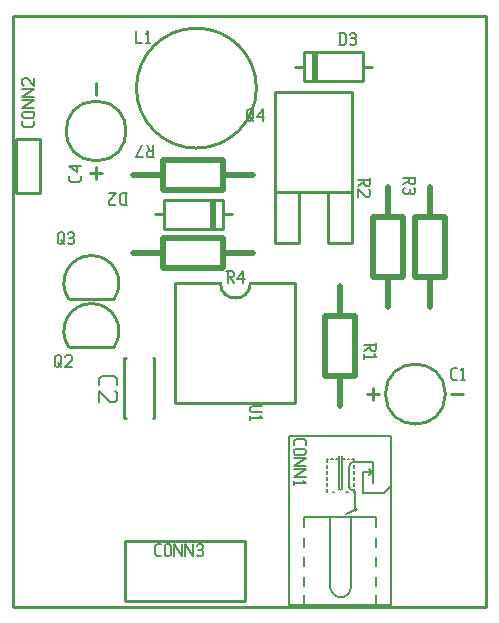
<source format=gto>
G04 start of page 13 for group -4079 idx -4079 *
G04 Title: (unknown), topsilk *
G04 Creator: pcb 20110918 *
G04 CreationDate: Tue 15 Sep 2015 17:10:51 GMT UTC *
G04 For: ksarkies *
G04 Format: Gerber/RS-274X *
G04 PCB-Dimensions: 157480 196850 *
G04 PCB-Coordinate-Origin: lower left *
%MOIN*%
%FSLAX25Y25*%
%LNTOPSILK*%
%ADD202C,0.0060*%
%ADD201C,0.0200*%
%ADD200C,0.0100*%
G54D200*X0Y196850D02*Y0D01*
X157480D01*
X0Y196850D02*X157480D01*
Y0D02*Y196850D01*
X41000Y172850D02*G75*G03X41000Y172850I20000J0D01*G01*
X1000Y137850D02*X9000D01*
Y155850D02*Y137850D01*
X1000Y155850D02*X9000D01*
X1000D02*Y137850D01*
X69755Y135704D02*Y125996D01*
Y130850D02*X72750D01*
X50245Y125996D02*X69755D01*
X50245Y135704D02*Y125996D01*
X47250Y130850D02*X50245D01*
Y135704D02*X69755D01*
X66755D02*Y125996D01*
X66255Y135704D02*Y125996D01*
X65755Y135704D02*Y125996D01*
G54D201*X50000Y138850D02*X70000D01*
X50000Y148850D02*Y138850D01*
Y148850D02*X70000D01*
Y138850D01*
Y143850D02*X80000D01*
X40000D02*X50000D01*
G54D200*X27559Y146543D02*Y142543D01*
X25559Y144543D02*X29559D01*
X27559Y174543D02*Y170543D01*
Y148543D02*G75*G03X27559Y148543I0J10000D01*G01*
G54D201*X50000Y122850D02*X70000D01*
Y112850D01*
X50000D02*X70000D01*
X50000Y122850D02*Y112850D01*
X40000Y117850D02*X50000D01*
X70000D02*X80000D01*
G54D200*X87205Y138054D02*X112795D01*
X104922D02*Y121322D01*
X112796D01*
Y138053D02*X112795Y138054D01*
X87205Y121322D02*X95079D01*
Y138054D02*Y121322D01*
X87205Y171519D02*Y121322D01*
X112796Y171518D02*Y121322D01*
Y171518D02*X112795Y171519D01*
X87205D02*X112795D01*
G54D201*X144000Y129850D02*Y109850D01*
X134000D02*X144000D01*
X134000Y129850D02*Y109850D01*
Y129850D02*X144000D01*
X139000Y139850D02*Y129850D01*
Y109850D02*Y99850D01*
X130000Y129850D02*Y109850D01*
X120000D02*X130000D01*
X120000Y129850D02*Y109850D01*
Y129850D02*X130000D01*
X125000Y139850D02*Y129850D01*
Y109850D02*Y99850D01*
G54D200*X96938Y184775D02*Y175067D01*
X93943Y179921D02*X96938D01*
Y184775D02*X116448D01*
Y175067D01*
Y179921D02*X119443D01*
X96938Y175067D02*X116448D01*
X99938Y184775D02*Y175067D01*
X100438Y184775D02*Y175067D01*
X100938Y184775D02*Y175067D01*
X54000Y107850D02*Y67850D01*
X94000D01*
Y107850D02*Y67850D01*
X54000Y107850D02*X69000D01*
X79000D02*X94000D01*
X69000D02*G75*G03X79000Y107850I5000J0D01*G01*
X118000Y70850D02*X122000D01*
X120000Y72850D02*Y68850D01*
X146000Y70850D02*X150000D01*
X124000D02*G75*G03X124000Y70850I10000J0D01*G01*
G54D201*X114000Y96850D02*Y76850D01*
X104000D02*X114000D01*
X104000Y96850D02*Y76850D01*
Y96850D02*X114000D01*
X109000Y106850D02*Y96850D01*
Y76850D02*Y66850D01*
G54D202*X126000Y57050D02*Y550D01*
X92000Y57050D02*X126000D01*
X92000D02*Y550D01*
X126000D01*
X121000Y4050D02*Y550D01*
X97000Y4050D02*Y550D01*
Y29850D02*X121000D01*
X97000Y29750D02*Y26550D01*
X121000Y29750D02*Y26550D01*
Y23050D02*Y20050D01*
X97000Y23050D02*Y20050D01*
Y16550D02*Y13550D01*
X121000Y16550D02*Y13550D01*
Y10050D02*Y7050D01*
X97000Y10050D02*Y7050D01*
X105500Y29850D02*Y6650D01*
X112500Y29850D02*Y6350D01*
X119500Y44850D02*X118500Y43850D01*
X108500Y50350D02*Y39350D01*
X114000Y37850D02*Y32350D01*
X111000Y38350D02*X111500D01*
X113500Y48350D02*X120000D01*
Y41350D01*
X116500Y44850D02*X119500D01*
X116500D02*Y37850D01*
X123500D01*
X126000Y40350D01*
X119500Y44850D02*X118500Y45850D01*
X109500Y50350D02*Y39350D01*
X114000Y32350D02*X111000Y30850D01*
X113500Y43350D02*Y42350D01*
X109500Y49350D02*X110500D01*
X107500D02*X108500D01*
X106000D02*X106500D01*
X104500D02*X105000D01*
X104500D02*Y48350D01*
Y47350D02*Y46350D01*
Y45350D02*Y44350D01*
Y43350D02*Y42350D01*
Y41350D02*Y40350D01*
Y39350D02*Y38350D01*
X113500Y45350D02*Y44350D01*
Y39350D02*Y38350D01*
Y41350D02*Y40350D01*
X111500Y49350D02*X112000D01*
X113000D02*X113500D01*
Y48350D01*
Y47350D02*Y46350D01*
X106500Y38350D02*X107000D01*
X112000Y46850D02*Y39850D01*
X109000Y3050D02*G75*G03X112500Y6550I0J3500D01*G01*
X105500Y7050D02*G75*G03X109500Y3050I4000J0D01*G01*
X108500Y39350D02*G75*G03X109000Y38850I500J0D01*G01*
Y38852D02*G75*G03X109500Y39352I0J500D01*G01*
X114000Y32850D02*G75*G03X113500Y32350I0J-500D01*G01*
Y32351D02*G75*G03X114001Y31850I501J0D01*G01*
X114000Y37850D02*G75*G03X113000Y38850I-1000J0D01*G01*
X114500Y32350D02*G75*G03X114000Y32850I-500J0D01*G01*
X113999Y31850D02*G75*G03X114500Y32351I0J501D01*G01*
X113500Y48351D02*G75*G03X112000Y46851I0J-1500D01*G01*
Y39850D02*G75*G03X113000Y38850I1000J0D01*G01*
G54D200*X37244Y1811D02*Y21811D01*
X77244Y1811D02*X37244D01*
X77244Y21811D02*Y1811D01*
X37244Y21811D02*X77244D01*
X33600Y102650D02*X18400D01*
X33627Y102705D02*G75*G03X18373Y102705I-7627J5145D01*G01*
X18400Y86650D02*X33600D01*
X33627Y86705D02*G75*G03X18373Y86705I-7627J5145D01*G01*
X46500Y62850D02*X47000D01*
Y82850D02*Y62850D01*
X46500Y82850D02*X47000D01*
X37000D02*X37500D01*
X37000D02*Y62850D01*
X37500D01*
G54D202*X41000Y191850D02*Y187850D01*
X43000D01*
X44200Y191050D02*X45000Y191850D01*
Y187850D01*
X44200D02*X45700D01*
X78000Y165350D02*Y162350D01*
Y165350D02*X78500Y165850D01*
X79500D01*
X80000Y165350D01*
Y162850D01*
X79000Y161850D02*X80000Y162850D01*
X78500Y161850D02*X79000D01*
X78000Y162350D02*X78500Y161850D01*
X79000Y163350D02*X80000Y161850D01*
X81200Y163350D02*X83200Y165850D01*
X81200Y163350D02*X83700D01*
X83200Y165850D02*Y161850D01*
X108973Y191197D02*Y187197D01*
X110273Y191197D02*X110973Y190497D01*
Y187897D01*
X110273Y187197D02*X110973Y187897D01*
X108473Y187197D02*X110273D01*
X108473Y191197D02*X110273D01*
X112173Y190697D02*X112673Y191197D01*
X113673D01*
X114173Y190697D01*
X113673Y187197D02*X114173Y187697D01*
X112673Y187197D02*X113673D01*
X112173Y187697D02*X112673Y187197D01*
Y189397D02*X113673D01*
X114173Y190697D02*Y189897D01*
Y188897D02*Y187697D01*
Y188897D02*X113673Y189397D01*
X114173Y189897D02*X113673Y189397D01*
X15000Y124350D02*Y121350D01*
Y124350D02*X15500Y124850D01*
X16500D01*
X17000Y124350D01*
Y121850D01*
X16000Y120850D02*X17000Y121850D01*
X15500Y120850D02*X16000D01*
X15000Y121350D02*X15500Y120850D01*
X16000Y122350D02*X17000Y120850D01*
X18200Y124350D02*X18700Y124850D01*
X19700D01*
X20200Y124350D01*
X19700Y120850D02*X20200Y121350D01*
X18700Y120850D02*X19700D01*
X18200Y121350D02*X18700Y120850D01*
Y123050D02*X19700D01*
X20200Y124350D02*Y123550D01*
Y122550D02*Y121350D01*
Y122550D02*X19700Y123050D01*
X20200Y123550D02*X19700Y123050D01*
X7000Y161850D02*Y160550D01*
X6300Y159850D02*X7000Y160550D01*
X3700Y159850D02*X6300D01*
X3700D02*X3000Y160550D01*
Y161850D02*Y160550D01*
X3500Y163050D02*X6500D01*
X3500D02*X3000Y163550D01*
Y164550D02*Y163550D01*
Y164550D02*X3500Y165050D01*
X6500D01*
X7000Y164550D02*X6500Y165050D01*
X7000Y164550D02*Y163550D01*
X6500Y163050D02*X7000Y163550D01*
X3000Y166250D02*X7000D01*
X3000D02*X7000Y168750D01*
X3000D02*X7000D01*
X3000Y169950D02*X7000D01*
X3000D02*X7000Y172450D01*
X3000D02*X7000D01*
X3500Y173650D02*X3000Y174150D01*
Y175650D02*Y174150D01*
Y175650D02*X3500Y176150D01*
X4500D01*
X7000Y173650D02*X4500Y176150D01*
X7000D02*Y173650D01*
X37500Y137850D02*Y133850D01*
X36200D02*X35500Y134550D01*
Y137150D02*Y134550D01*
X36200Y137850D02*X35500Y137150D01*
X36200Y137850D02*X38000D01*
X36200Y133850D02*X38000D01*
X34300Y134350D02*X33800Y133850D01*
X32300D02*X33800D01*
X32300D02*X31800Y134350D01*
Y135350D02*Y134350D01*
X34300Y137850D02*X31800Y135350D01*
Y137850D02*X34300D01*
X45000Y149850D02*X47000D01*
X45000D02*X44500Y150350D01*
Y151350D02*Y150350D01*
X45000Y151850D02*X44500Y151350D01*
X45000Y151850D02*X46500D01*
Y153850D02*Y149850D01*
X45700Y151850D02*X44500Y153850D01*
X42800D02*X40800Y149850D01*
X43300D01*
X22559Y143543D02*Y142243D01*
X21859Y141543D02*X22559Y142243D01*
X19259Y141543D02*X21859D01*
X19259D02*X18559Y142243D01*
Y143543D02*Y142243D01*
X21059Y144743D02*X18559Y146743D01*
X21059Y147243D02*Y144743D01*
X18559Y146743D02*X22559D01*
X79500Y66850D02*X83000D01*
X79500D02*X79000Y66350D01*
Y65350D01*
X79500Y64850D01*
X83000D01*
X82200Y63650D02*X83000Y62850D01*
X79000D02*X83000D01*
X79000Y63650D02*Y62150D01*
X133992Y143322D02*Y141322D01*
X133492Y140822D01*
X132492D02*X133492D01*
X131992Y141322D02*X132492Y140822D01*
X131992Y142822D02*Y141322D01*
X129992Y142822D02*X133992D01*
X131992Y142022D02*X129992Y140822D01*
X133492Y139622D02*X133992Y139122D01*
Y138122D01*
X133492Y137622D01*
X129992Y138122D02*X130492Y137622D01*
X129992Y139122D02*Y138122D01*
X130492Y139622D02*X129992Y139122D01*
X132192D02*Y138122D01*
X132692Y137622D02*X133492D01*
X130492D02*X131692D01*
X132192Y138122D01*
X132692Y137622D02*X132192Y138122D01*
X121000Y87850D02*Y85850D01*
X120500Y85350D01*
X119500D02*X120500D01*
X119000Y85850D02*X119500Y85350D01*
X119000Y87350D02*Y85850D01*
X117000Y87350D02*X121000D01*
X119000Y86550D02*X117000Y85350D01*
X120200Y84150D02*X121000Y83350D01*
X117000D02*X121000D01*
X117000Y84150D02*Y82650D01*
X119000Y142850D02*Y140850D01*
X118500Y140350D01*
X117500D02*X118500D01*
X117000Y140850D02*X117500Y140350D01*
X117000Y142350D02*Y140850D01*
X115000Y142350D02*X119000D01*
X117000Y141550D02*X115000Y140350D01*
X118500Y139150D02*X119000Y138650D01*
Y137150D01*
X118500Y136650D01*
X117500D02*X118500D01*
X115000Y139150D02*X117500Y136650D01*
X115000Y139150D02*Y136650D01*
X93500Y55150D02*Y53850D01*
X94200Y55850D02*X93500Y55150D01*
X94200Y55850D02*X96800D01*
X97500Y55150D01*
Y53850D01*
X94000Y52650D02*X97000D01*
X97500Y52150D01*
Y51150D01*
X97000Y50650D01*
X94000D02*X97000D01*
X93500Y51150D02*X94000Y50650D01*
X93500Y52150D02*Y51150D01*
X94000Y52650D02*X93500Y52150D01*
Y49450D02*X97500D01*
X93500Y46950D01*
X97500D01*
X93500Y45750D02*X97500D01*
X93500Y43250D01*
X97500D01*
X96700Y42050D02*X97500Y41250D01*
X93500D02*X97500D01*
X93500Y42050D02*Y40550D01*
X47944Y16811D02*X49244D01*
X47244Y17511D02*X47944Y16811D01*
X47244Y20111D02*Y17511D01*
Y20111D02*X47944Y20811D01*
X49244D01*
X50444Y20311D02*Y17311D01*
Y20311D02*X50944Y20811D01*
X51944D01*
X52444Y20311D01*
Y17311D01*
X51944Y16811D02*X52444Y17311D01*
X50944Y16811D02*X51944D01*
X50444Y17311D02*X50944Y16811D01*
X53644Y20811D02*Y16811D01*
Y20811D02*X56144Y16811D01*
Y20811D02*Y16811D01*
X57344Y20811D02*Y16811D01*
Y20811D02*X59844Y16811D01*
Y20811D02*Y16811D01*
X61044Y20311D02*X61544Y20811D01*
X62544D01*
X63044Y20311D01*
X62544Y16811D02*X63044Y17311D01*
X61544Y16811D02*X62544D01*
X61044Y17311D02*X61544Y16811D01*
Y19011D02*X62544D01*
X63044Y20311D02*Y19511D01*
Y18511D02*Y17311D01*
Y18511D02*X62544Y19011D01*
X63044Y19511D02*X62544Y19011D01*
X71000Y111850D02*X73000D01*
X73500Y111350D01*
Y110350D01*
X73000Y109850D02*X73500Y110350D01*
X71500Y109850D02*X73000D01*
X71500Y111850D02*Y107850D01*
X72300Y109850D02*X73500Y107850D01*
X74700Y109350D02*X76700Y111850D01*
X74700Y109350D02*X77200D01*
X76700Y111850D02*Y107850D01*
X14000Y83350D02*Y80350D01*
Y83350D02*X14500Y83850D01*
X15500D01*
X16000Y83350D01*
Y80850D01*
X15000Y79850D02*X16000Y80850D01*
X14500Y79850D02*X15000D01*
X14000Y80350D02*X14500Y79850D01*
X15000Y81350D02*X16000Y79850D01*
X17200Y83350D02*X17700Y83850D01*
X19200D01*
X19700Y83350D01*
Y82350D01*
X17200Y79850D02*X19700Y82350D01*
X17200Y79850D02*X19700D01*
X146600Y75550D02*X147900D01*
X145900Y76250D02*X146600Y75550D01*
X145900Y78850D02*Y76250D01*
Y78850D02*X146600Y79550D01*
X147900D01*
X149100Y78750D02*X149900Y79550D01*
Y75550D01*
X149100D02*X150600D01*
X28500Y75800D02*Y73850D01*
X29550Y76850D02*X28500Y75800D01*
X29550Y76850D02*X33450D01*
X34500Y75800D01*
Y73850D01*
X33750Y72050D02*X34500Y71300D01*
Y69050D01*
X33750Y68300D01*
X32250D02*X33750D01*
X28500Y72050D02*X32250Y68300D01*
X28500Y72050D02*Y68300D01*
M02*

</source>
